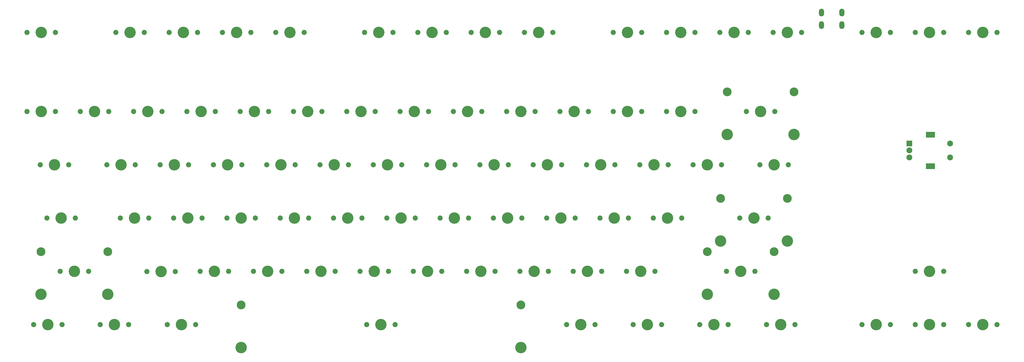
<source format=gts>
G04 #@! TF.GenerationSoftware,KiCad,Pcbnew,(5.1.6)-1*
G04 #@! TF.CreationDate,2020-07-22T14:48:11-04:00*
G04 #@! TF.ProjectId,Edgedancer81,45646765-6461-46e6-9365-7238312e6b69,rev?*
G04 #@! TF.SameCoordinates,Original*
G04 #@! TF.FileFunction,Soldermask,Top*
G04 #@! TF.FilePolarity,Negative*
%FSLAX46Y46*%
G04 Gerber Fmt 4.6, Leading zero omitted, Abs format (unit mm)*
G04 Created by KiCad (PCBNEW (5.1.6)-1) date 2020-07-22 14:48:11*
%MOMM*%
%LPD*%
G01*
G04 APERTURE LIST*
%ADD10O,1.800000X2.800000*%
%ADD11C,1.850000*%
%ADD12C,4.087800*%
%ADD13C,3.148000*%
%ADD14R,2.100000X2.100000*%
%ADD15C,2.100000*%
%ADD16R,3.300000X2.100000*%
G04 APERTURE END LIST*
D10*
X317025000Y-76993750D03*
X324325000Y-76993750D03*
X324325000Y-81493750D03*
X317025000Y-81493750D03*
D11*
X307498750Y-188595000D03*
X297338750Y-188595000D03*
D12*
X302418750Y-188595000D03*
D11*
X262255000Y-131445000D03*
X252095000Y-131445000D03*
D12*
X257175000Y-131445000D03*
D11*
X181292500Y-169545000D03*
X171132500Y-169545000D03*
D12*
X176212500Y-169545000D03*
D11*
X133667500Y-150495000D03*
X123507500Y-150495000D03*
D12*
X128587500Y-150495000D03*
D11*
X271780000Y-84137500D03*
X261620000Y-84137500D03*
D12*
X266700000Y-84137500D03*
D11*
X163830000Y-84137500D03*
X153670000Y-84137500D03*
D12*
X158750000Y-84137500D03*
D11*
X124142500Y-169545000D03*
X113982500Y-169545000D03*
D12*
X119062500Y-169545000D03*
D11*
X45561250Y-188595000D03*
X35401250Y-188595000D03*
D12*
X40481250Y-188595000D03*
D11*
X69373750Y-188595000D03*
X59213750Y-188595000D03*
D12*
X64293750Y-188595000D03*
D11*
X93345000Y-188595000D03*
X83185000Y-188595000D03*
D12*
X88265000Y-188595000D03*
X209543650Y-196850000D03*
X109543850Y-196850000D03*
D13*
X209543650Y-181610000D03*
X109543850Y-181610000D03*
D11*
X164623750Y-188595000D03*
X154463750Y-188595000D03*
D12*
X159543750Y-188595000D03*
D11*
X47942500Y-131445000D03*
X37782500Y-131445000D03*
D12*
X42862500Y-131445000D03*
D11*
X305117500Y-131445000D03*
X294957500Y-131445000D03*
D12*
X300037500Y-131445000D03*
D11*
X236061250Y-188595000D03*
X225901250Y-188595000D03*
D12*
X230981250Y-188595000D03*
D11*
X259873750Y-188595000D03*
X249713750Y-188595000D03*
D12*
X254793750Y-188595000D03*
D11*
X283686250Y-188595000D03*
X273526250Y-188595000D03*
D12*
X278606250Y-188595000D03*
X307213000Y-120650000D03*
X283337000Y-120650000D03*
D13*
X307213000Y-105410000D03*
X283337000Y-105410000D03*
D11*
X300355000Y-112395000D03*
X290195000Y-112395000D03*
D12*
X295275000Y-112395000D03*
X304831750Y-158750000D03*
X280955750Y-158750000D03*
D13*
X304831750Y-143510000D03*
X280955750Y-143510000D03*
D11*
X297973750Y-150495000D03*
X287813750Y-150495000D03*
D12*
X292893750Y-150495000D03*
X300069250Y-177800000D03*
X276193250Y-177800000D03*
D13*
X300069250Y-162560000D03*
X276193250Y-162560000D03*
D11*
X293211250Y-169545000D03*
X283051250Y-169545000D03*
D12*
X288131250Y-169545000D03*
X61944250Y-177800000D03*
X38068250Y-177800000D03*
D13*
X61944250Y-162560000D03*
X38068250Y-162560000D03*
D11*
X55086250Y-169545000D03*
X44926250Y-169545000D03*
D12*
X50006250Y-169545000D03*
D11*
X50323750Y-150495000D03*
X40163750Y-150495000D03*
D12*
X45243750Y-150495000D03*
D11*
X201930000Y-84137500D03*
X191770000Y-84137500D03*
D12*
X196850000Y-84137500D03*
D14*
X348456250Y-123825000D03*
D15*
X348456250Y-126325000D03*
X348456250Y-128825000D03*
D16*
X355956250Y-120725000D03*
X355956250Y-131925000D03*
D15*
X362956250Y-123825000D03*
X362956250Y-128825000D03*
D11*
X43180000Y-112395000D03*
X33020000Y-112395000D03*
D12*
X38100000Y-112395000D03*
D11*
X86042500Y-169608500D03*
X75882500Y-169608500D03*
D12*
X80962500Y-169608500D03*
D11*
X167005000Y-131445000D03*
X156845000Y-131445000D03*
D12*
X161925000Y-131445000D03*
D11*
X105092500Y-169545000D03*
X94932500Y-169545000D03*
D12*
X100012500Y-169545000D03*
D11*
X90805000Y-131445000D03*
X80645000Y-131445000D03*
D12*
X85725000Y-131445000D03*
D11*
X143192500Y-169545000D03*
X133032500Y-169545000D03*
D12*
X138112500Y-169545000D03*
D11*
X360680000Y-169545000D03*
X350520000Y-169545000D03*
D12*
X355600000Y-169545000D03*
D11*
X186055000Y-131445000D03*
X175895000Y-131445000D03*
D12*
X180975000Y-131445000D03*
D11*
X147955000Y-131445000D03*
X137795000Y-131445000D03*
D12*
X142875000Y-131445000D03*
D11*
X95567500Y-150495000D03*
X85407500Y-150495000D03*
D12*
X90487500Y-150495000D03*
D11*
X379730000Y-188595000D03*
X369570000Y-188595000D03*
D12*
X374650000Y-188595000D03*
D11*
X128905000Y-131445000D03*
X118745000Y-131445000D03*
D12*
X123825000Y-131445000D03*
D11*
X71755000Y-131445000D03*
X61595000Y-131445000D03*
D12*
X66675000Y-131445000D03*
D11*
X341630000Y-84137500D03*
X331470000Y-84137500D03*
D12*
X336550000Y-84137500D03*
D11*
X360680000Y-84137500D03*
X350520000Y-84137500D03*
D12*
X355600000Y-84137500D03*
D11*
X243205000Y-131445000D03*
X233045000Y-131445000D03*
D12*
X238125000Y-131445000D03*
D11*
X224155000Y-131445000D03*
X213995000Y-131445000D03*
D12*
X219075000Y-131445000D03*
D11*
X379730000Y-84137500D03*
X369570000Y-84137500D03*
D12*
X374650000Y-84137500D03*
D11*
X200342500Y-169545000D03*
X190182500Y-169545000D03*
D12*
X195262500Y-169545000D03*
D11*
X341630000Y-188595000D03*
X331470000Y-188595000D03*
D12*
X336550000Y-188595000D03*
D11*
X228917500Y-150495000D03*
X218757500Y-150495000D03*
D12*
X223837500Y-150495000D03*
D11*
X209867500Y-150495000D03*
X199707500Y-150495000D03*
D12*
X204787500Y-150495000D03*
D11*
X190817500Y-150495000D03*
X180657500Y-150495000D03*
D12*
X185737500Y-150495000D03*
D11*
X205105000Y-131445000D03*
X194945000Y-131445000D03*
D12*
X200025000Y-131445000D03*
D11*
X171767500Y-150495000D03*
X161607500Y-150495000D03*
D12*
X166687500Y-150495000D03*
D11*
X152755600Y-150520400D03*
X142595600Y-150520400D03*
D12*
X147675600Y-150520400D03*
D11*
X309880000Y-84137500D03*
X299720000Y-84137500D03*
D12*
X304800000Y-84137500D03*
D11*
X290830000Y-84137500D03*
X280670000Y-84137500D03*
D12*
X285750000Y-84137500D03*
D11*
X252730000Y-84137500D03*
X242570000Y-84137500D03*
D12*
X247650000Y-84137500D03*
D11*
X220980000Y-84137500D03*
X210820000Y-84137500D03*
D12*
X215900000Y-84137500D03*
D11*
X182880000Y-84137500D03*
X172720000Y-84137500D03*
D12*
X177800000Y-84137500D03*
D11*
X132080000Y-84137500D03*
X121920000Y-84137500D03*
D12*
X127000000Y-84137500D03*
D11*
X113030000Y-84137500D03*
X102870000Y-84137500D03*
D12*
X107950000Y-84137500D03*
D11*
X93980000Y-84137500D03*
X83820000Y-84137500D03*
D12*
X88900000Y-84137500D03*
D11*
X74930000Y-84137500D03*
X64770000Y-84137500D03*
D12*
X69850000Y-84137500D03*
D11*
X43180000Y-84137500D03*
X33020000Y-84137500D03*
D12*
X38100000Y-84137500D03*
D11*
X109855000Y-131445000D03*
X99695000Y-131445000D03*
D12*
X104775000Y-131445000D03*
D11*
X360680000Y-188595000D03*
X350520000Y-188595000D03*
D12*
X355600000Y-188595000D03*
D11*
X114617500Y-150495000D03*
X104457500Y-150495000D03*
D12*
X109537500Y-150495000D03*
D11*
X162242500Y-169545000D03*
X152082500Y-169545000D03*
D12*
X157162500Y-169545000D03*
D11*
X76517500Y-150495000D03*
X66357500Y-150495000D03*
D12*
X71437500Y-150495000D03*
D11*
X281305000Y-131445000D03*
X271145000Y-131445000D03*
D12*
X276225000Y-131445000D03*
D11*
X247967500Y-150495000D03*
X237807500Y-150495000D03*
D12*
X242887500Y-150495000D03*
D11*
X257492500Y-169545000D03*
X247332500Y-169545000D03*
D12*
X252412500Y-169545000D03*
D11*
X267017500Y-150495000D03*
X256857500Y-150495000D03*
D12*
X261937500Y-150495000D03*
D11*
X238442500Y-169545000D03*
X228282500Y-169545000D03*
D12*
X233362500Y-169545000D03*
D11*
X219392500Y-169545000D03*
X209232500Y-169545000D03*
D12*
X214312500Y-169545000D03*
D11*
X271792700Y-112388650D03*
X261632700Y-112388650D03*
D12*
X266712700Y-112388650D03*
D11*
X252742700Y-112388650D03*
X242582700Y-112388650D03*
D12*
X247662700Y-112388650D03*
D11*
X214642700Y-112388650D03*
X204482700Y-112388650D03*
D12*
X209562700Y-112388650D03*
D11*
X195592700Y-112388650D03*
X185432700Y-112388650D03*
D12*
X190512700Y-112388650D03*
D11*
X176542700Y-112388650D03*
X166382700Y-112388650D03*
D12*
X171462700Y-112388650D03*
D11*
X157492700Y-112388650D03*
X147332700Y-112388650D03*
D12*
X152412700Y-112388650D03*
D11*
X138442700Y-112388650D03*
X128282700Y-112388650D03*
D12*
X133362700Y-112388650D03*
D11*
X119392700Y-112388650D03*
X109232700Y-112388650D03*
D12*
X114312700Y-112388650D03*
D11*
X100342700Y-112388650D03*
X90182700Y-112388650D03*
D12*
X95262700Y-112388650D03*
D11*
X81292700Y-112388650D03*
X71132700Y-112388650D03*
D12*
X76212700Y-112388650D03*
D11*
X62230000Y-112395000D03*
X52070000Y-112395000D03*
D12*
X57150000Y-112395000D03*
D11*
X233692700Y-112388650D03*
X223532700Y-112388650D03*
D12*
X228612700Y-112388650D03*
M02*

</source>
